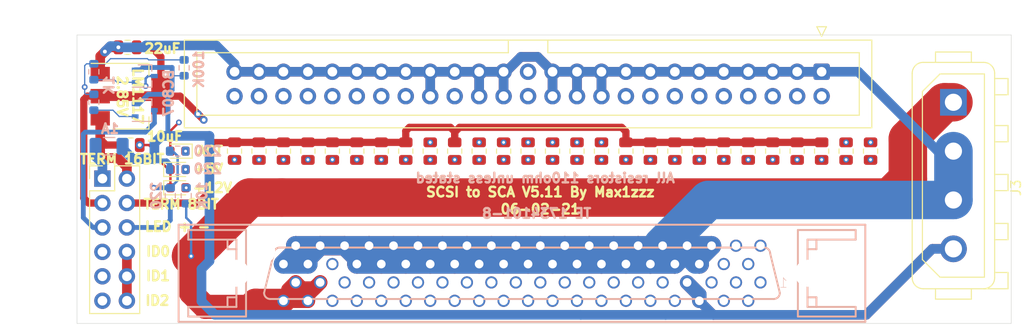
<source format=kicad_pcb>
(kicad_pcb (version 20221018) (generator pcbnew)
  (layers (0 "F.Cu" signal) (1 "In1.Cu" signal) (2 "In2.Cu" signal) (31 "B.Cu" signal) (34 "B.Paste" user) (35 "F.Paste" user) (36 "B.SilkS" user "B.Silkscreen") (37 "F.SilkS" user "F.Silkscreen") (38 "B.Mask" user) (39 "F.Mask" user) (44 "Edge.Cuts" user))
  (net 0 "")
  (net 1 "Net-(J1-Pad45)")
  (net 2 "Net-(J1-Pad78)")
  (net 3 "Net-(J1-Pad80)")
  (net 4 "Net-(J1-Pad5)")
  (net 5 "Net-(J1-Pad6)")
  (net 6 "Net-(J1-Pad36)")
  (net 7 "Net-(J1-Pad37)")
  (net 8 "Net-(J1-Pad38)")
  (net 9 "GND")
  (net 10 "/TERMPWR")
  (net 11 "/TERMPWR_REG")
  (net 12 "Net-(D1-Pad2)")
  (net 13 "Net-(D1-Pad1)")
  (net 14 "Net-(D2-Pad2)")
  (net 15 "Net-(F1-Pad2)")
  (net 16 "+5V")
  (net 17 "/LED")
  (net 18 "/ID1")
  (net 19 "+12V")
  (net 20 "/DB11")
  (net 21 "/DB10")
  (net 22 "/DB9")
  (net 23 "/DB8")
  (net 24 "/I-O")
  (net 25 "/REQ")
  (net 26 "/C-D")
  (net 27 "/SEL")
  (net 28 "/MSG")
  (net 29 "/RST")
  (net 30 "/ACK")
  (net 31 "/BSY")
  (net 32 "/ATN")
  (net 33 "/PARITY")
  (net 34 "/DB7")
  (net 35 "/DB6")
  (net 36 "/DB5")
  (net 37 "/DB4")
  (net 38 "/DB3")
  (net 39 "/DB2")
  (net 40 "/DB1")
  (net 41 "/DB0")
  (net 42 "/DBP1")
  (net 43 "/DB15")
  (net 44 "/DB14")
  (net 45 "/DB13")
  (net 46 "/DB12")
  (net 47 "/ID0")
  (net 48 "/ID2")
  (net 49 "/LED_T")
  (net 50 "Net-(J4-Pad26)")
  (net 51 "Net-(J4-Pad25)")
  (net 52 "Net-(Q1-Pad1)")
  (net 53 "Net-(Q2-Pad1)")
  (net 54 "Net-(D3-Pad2)")
  (net 55 "/TERMPWR_8BIT")
  (net 56 "Net-(J2-Pad6)")
  (footprint "Capacitor_SMD:C_0805_2012Metric" (layer "F.Cu") (at 35.56 131.445)
    (fp_text reference "C1" hide)
    (fp_text value "10uF")
  )
  (footprint "Capacitor_SMD:C_0805_2012Metric" (layer "F.Cu") (at 35.245 121.285 180)
    (fp_text reference "C2" hide)
    (fp_text value "22uF")
  )
  (footprint "LED_SMD:LED_0603_1608Metric" (layer "F.Cu") (at 40.475 132.08 180)
    (fp_text reference "D1" hide)
    (fp_text value "LED")
  )
  (footprint "LED_SMD:LED_0603_1608Metric" (layer "F.Cu") (at 40.4875 133.985)
    (fp_text reference "D2" hide)
    (fp_text value "LED")
  )
  (footprint "Resistor_SMD:R_0805_2012Metric" (layer "F.Cu") (at 104.775 132.08 -90)
    (fp_text reference "R7" hide)
    (fp_text value "110")
  )
  (footprint "Resistor_SMD:R_0805_2012Metric" (layer "F.Cu") (at 102.235 132.08 -90)
    (fp_text reference "R8" hide)
    (fp_text value "110")
  )
  (footprint "Resistor_SMD:R_0805_2012Metric" (layer "F.Cu") (at 99.695 132.08 -90)
    (fp_text reference "R9" hide)
    (fp_text value "110")
  )
  (footprint "Resistor_SMD:R_0805_2012Metric" (layer "F.Cu") (at 97.155 132.08 -90)
    (fp_text reference "R10" hide)
    (fp_text value "110")
  )
  (footprint "Resistor_SMD:R_0805_2012Metric" (layer "F.Cu") (at 94.615 132.08 -90)
    (fp_text reference "R11" hide)
    (fp_text value "110")
  )
  (footprint "Resistor_SMD:R_0805_2012Metric" (layer "F.Cu") (at 92.075 132.08 -90)
    (fp_text reference "R12" hide)
    (fp_text value "110")
  )
  (footprint "Resistor_SMD:R_0805_2012Metric" (layer "F.Cu") (at 89.535 132.08 -90)
    (fp_text reference "R13" hide)
    (fp_text value "110")
  )
  (footprint "Resistor_SMD:R_0805_2012Metric" (layer "F.Cu") (at 76.835 132.08 -90)
    (fp_text reference "R14" hide)
    (fp_text value "110")
  )
  (footprint "Resistor_SMD:R_0805_2012Metric" (layer "F.Cu") (at 74.295 132.08 -90)
    (fp_text reference "R15" hide)
    (fp_text value "110")
  )
  (footprint "Resistor_SMD:R_0805_2012Metric" (layer "F.Cu") (at 71.755 132.08 -90)
    (fp_text reference "R16" hide)
    (fp_text value "110")
  )
  (footprint "Resistor_SMD:R_0805_2012Metric" (layer "F.Cu") (at 112.395 132.08 -90)
    (fp_text reference "R18" hide)
    (fp_text value "110")
  )
  (footprint "Resistor_SMD:R_0805_2012Metric" (layer "F.Cu") (at 109.855 132.08 -90)
    (fp_text reference "R19" hide)
    (fp_text value "110")
  )
  (footprint "Resistor_SMD:R_0805_2012Metric" (layer "F.Cu") (at 84.455 132.08 -90)
    (fp_text reference "R20" hide)
    (fp_text value "110")
  )
  (footprint "Resistor_SMD:R_0805_2012Metric" (layer "F.Cu") (at 81.915 132.08 -90)
    (fp_text reference "R21" hide)
    (fp_text value "110")
  )
  (footprint "Resistor_SMD:R_0805_2012Metric" (layer "F.Cu") (at 79.375 132.08 -90)
    (fp_text reference "R22" hide)
    (fp_text value "110")
  )
  (footprint "Resistor_SMD:R_0805_2012Metric" (layer "F.Cu") (at 86.995 132.08 -90)
    (fp_text reference "R23" hide)
    (fp_text value "110")
  )
  (footprint "Resistor_SMD:R_0805_2012Metric" (layer "F.Cu") (at 69.215 132.08 -90)
    (fp_text reference "R24" hide)
    (fp_text value "110")
  )
  (footprint "Resistor_SMD:R_0805_2012Metric" (layer "F.Cu") (at 64.135 132.08 -90)
    (fp_text reference "R25" hide)
    (fp_text value "110")
  )
  (footprint "Resistor_SMD:R_0805_2012Metric" (layer "F.Cu") (at 59.055 132.08 -90)
    (fp_text reference "R27" hide)
    (fp_text value "110")
  )
  (footprint "Resistor_SMD:R_0805_2012Metric" (layer "F.Cu") (at 53.975 132.08 -90)
    (fp_text reference "R29" hide)
    (fp_text value "110")
  )
  (footprint "Resistor_SMD:R_0805_2012Metric" (layer "F.Cu") (at 51.435 132.08 -90)
    (fp_text reference "R30" hide)
    (fp_text value "110")
  )
  (footprint "Resistor_SMD:R_0805_2012Metric" (layer "F.Cu") (at 48.895 132.08 -90)
    (fp_text reference "R31" hide)
    (fp_text value "110")
  )
  (footprint "Resistor_SMD:R_0805_2012Metric" (layer "F.Cu") (at 46.355 132.08 -90)
    (fp_text reference "R32" hide)
    (fp_text value "110")
  )
  (footprint "Connector_TE-Connectivity:TE_MATE-N-LOK_350211-1_1x04_P5.08mm_Vertical" (layer "F.Cu") (at 121 127 -90)
    (fp_text reference "J3")
    (fp_text value "Conn_01x04")
  )
  (footprint "Package_TO_SOT_SMD:SOT-223-3_TabPin2" (layer "F.Cu") (at 35.56 126.365)
    (fp_text reference "U1" hide)
    (fp_text value "LM1117-2.85")
  )
  (footprint "Resistor_SMD:R_0805_2012Metric" (layer "F.Cu") (at 61.595 132.08 -90)
    (fp_text reference "R26" hide)
    (fp_text value "110")
  )
  (footprint "Connector_IDC:IDC-Header_2x25_P2.54mm_Vertical" (layer "F.Cu") (at 107.315 123.825 -90)
    (fp_text reference "J4" hide)
    (fp_text value "Conn_02x25_Odd_Even")
  )
  (footprint "Resistor_SMD:R_0805_2012Metric" (layer "F.Cu") (at 56.515 132.08 -90)
    (fp_text reference "R28" hide)
    (fp_text value "110")
  )
  (footprint "Resistor_SMD:R_0805_2012Metric" (layer "F.Cu") (at 107.315 132.08 -90)
    (fp_text reference "R6" hide)
    (fp_text value "110")
  )
  (footprint "Resistor_SMD:R_0805_2012Metric" (layer "F.Cu") (at 66.675 132.08 -90)
    (fp_text reference "R17" hide)
    (fp_text value "110")
  )
  (footprint "LED_SMD:LED_0603_1608Metric" (layer "F.Cu") (at 40.4875 135.89)
    (fp_text reference "D3" hide)
    (fp_text value "LED")
  )
  (footprint "Connector_PinHeader_2.54mm:PinHeader_2x06_P2.54mm_Vertical" (layer "F.Cu") (at 32.639 134.9375)
    (fp_text reference "J2" hide)
    (fp_text value "Conn_02x06_Odd_Even")
  )
  (footprint "SCA_CON[1734101-8]:1734101-8" (layer "B.Cu") (at 76.2 144.78)
    (fp_text reference "J1" hide)
    (fp_text value "Conn_02x40_Counter_Clockwise" hide)
  )
  (footprint "Fuse:Fuse_1206_3216Metric" (layer "B.Cu") (at 33.3345 131.572 180)
    (fp_text reference "F1" hide)
    (fp_text value "1A" hide)
  )
  (footprint "Resistor_SMD:R_0603_1608Metric" (layer "B.Cu") (at 39.6875 136.716 90)
    (fp_text reference "R1" hide)
    (fp_text value "220" hide)
  )
  (footprint "Resistor_SMD:R_0603_1608Metric" (layer "B.Cu") (at 31.75 126.9995 90)
    (fp_text reference "R2" hide)
    (fp_text value "1K")
  )
  (footprint "Resistor_SMD:R_0603_1608Metric" (layer "B.Cu") (at 31.75 123.8255 90)
    (fp_text reference "R3" hide)
    (fp_text value "1K" hide)
  )
  (footprint "Resistor_SMD:R_0603_1608Metric" (layer "B.Cu") (at 40.45 132.08)
    (fp_text reference "R4" hide)
    (fp_text value "220" hide)
  )
  (footprint "Resistor_SMD:R_0603_1608Metric" (layer "B.Cu") (at 40.45 133.985)
    (fp_text reference "R5" hide)
    (fp_text value "220")
  )
  (footprint "Resistor_SMD:R_0603_1608Metric" (layer "B.Cu") (at 41.3385 136.715 90)
    (fp_text reference "R33" hide)
    (fp_text value "10K")
  )
  (footprint "Package_TO_SOT_SMD:SOT-323_SC-70" (layer "B.Cu") (at 37.0365 124.2695)
    (fp_text reference "Q1" hide)
    (fp_text value "BC807")
  )
  (footprint "Package_TO_SOT_SMD:SOT-323_SC-70" (layer "B.Cu") (at 37.0365 127.8255)
    (fp_text reference "Q2" hide)
    (fp_text value "BC807")
  )
  (footprint "Resistor_SMD:R_0603_1608Metric" (layer "B.Cu") (at 41.1226 123.41656 -90)
    (fp_text reference "R34" hide)
    (fp_text value "100K")
  )
  (gr_line (start 30 150) (end 30 120) (stroke (width 0.05)) (layer "Edge.Cuts"))
  (gr_line (start 30 120) (end 127 120) (stroke (width 0.05)) (layer "Edge.Cuts"))
  (gr_line (start 127 120) (end 127 150) (stroke (width 0.05)) (layer "Edge.Cuts"))
  (gr_line (start 127 150) (end 30 150) (stroke (width 0.05)) (layer "Edge.Cuts"))
  (gr_text "220" (at 38.227 136.7155 90) (layer "B.SilkS") (effects (font (size 1 1) (thickness 0.25)) (justify mirror)))
  (gr_text "All resistors 110ohm unless stated" (at 78.613 134.874) (layer "B.SilkS") (effects (font (size 1 1) (thickness 0.25)) (justify mirror)))
  (gr_text "220" (at 43.561 132.08) (layer "B.SilkS") (effects (font (size 1 1) (thickness 0.25)) (justify mirror)))
  (gr_text "1A" (at 33.4264 129.74828) (layer "B.SilkS") (effects (font (size 1 1) (thickness 0.25)) (justify mirror)))
  (gr_text "100K" (at 42.64152 123.571 90) (layer "B.SilkS") (effects (font (size 1 1) (thickness 0.25)) (justify mirror)))
  (gr_text "BC807" (at 39.50208 126.05004 90) (layer "B.SilkS") (effects (font (size 1 1) (thickness 0.25)) (justify mirror)))
  (gr_text "220" (at 43.561 133.9215) (layer "B.SilkS") (effects (font (size 1 1) (thickness 0.25)) (justify mirror)))
  (gr_text "10K" (at 42.9895 136.7155 90) (layer "B.SilkS") (effects (font (size 1 1) (thickness 0.25)) (justify mirror)))
  (gr_text "TE 1734101-8" (at 77.724 138.557) (layer "B.SilkS") (effects (font (size 1 1) (thickness 0.25)) (justify mirror)))
  (gr_text "1K" (at 33.3375 125.222 90) (layer "B.SilkS") (effects (font (size 1 1) (thickness 0.25)) (justify mirror)))
  (gr_text "ID1\n" (at 38.40988 145.05432) (layer "F.SilkS") (effects (font (size 1 1) (thickness 0.25))))
  (gr_text "ID2" (at 38.34384 147.61972) (layer "F.SilkS") (effects (font (size 1 1) (thickness 0.25))))
  (gr_text "ACT" (at 43.815 132.08) (layer "F.SilkS") (effects (font (size 1 1) (thickness 0.25))))
  (gr_text "22uF" (at 38.862 121.412) (layer "F.SilkS") (effects (font (size 1 1) (thickness 0.25))))
  (gr_text "06-02-21" (at 78.105 138.1125) (layer "F.SilkS") (effects (font (size 1 1) (thickness 0.25))))
  (gr_text "+12V\n" (at 44.069 135.89) (layer "F.SilkS") (effects (font (size 1 1) (thickness 0.25))))
  (gr_text "TERM 8BIT" (at 40.80764 137.60196) (layer "F.SilkS") (effects (font (size 1 1) (thickness 0.25))))
  (gr_text "TERM 16BIT" (at 34.68624 132.9182) (layer "F.SilkS") (effects (font (size 1 1) (thickness 0.25))))
  (gr_text "10uF" (at 39.116 130.556) (layer "F.SilkS") (effects (font (size 1 1) (thickness 0.25))))
  (gr_text "SCSI to SCA V5.11 By Max1zzz" (at 78.105 136.3345) (layer "F.SilkS") (effects (font (size 1 1) (thickness 0.25))))
  (gr_text "+5V" (at 43.6245 133.9215) (layer "F.SilkS") (effects (font (size 1 1) (thickness 0.25))))
  (gr_text "LM1117\n2.85V" (at 35.4965 126.365 270) (layer "F.SilkS") (effects (font (size 1 1) (thickness 0.25))))
  (gr_text "ID0" (at 38.4175 142.51432) (layer "F.SilkS") (effects (font (size 1 1) (thickness 0.25))))
  (gr_text "LED + -" (at 40.44188 139.93368) (layer "F.SilkS") (effects (font (size 1 1) (thickness 0.25))))
  (segment (start 76.090999 122.274999) (end 77.824999 122.274999) (width 1) (layer "F.Cu") (net 9))
  (segment (start 38.0365 132.0165) (end 37.465 131.445) (width 0.25) (layer "F.Cu") (net 9))
  (segment (start 60.325 142.553) (end 59.055 143.823) (width 2) (layer "F.Cu") (net 9))
  (segment (start 59.055 143.183) (end 57.785 141.913) (width 2) (layer "F.Cu") (net 9))
  (segment (start 79.375 143.183) (end 78.105 141.913) (width 2) (layer "F.Cu") (net 9))
  (segment (start 70.485 142.553) (end 69.215 143.823) (width 2) (layer "F.Cu") (net 9))
  (segment (start 38.0365 132.5245) (end 38.0365 132.0165) (width 0.25) (layer "F.Cu") (net 9))
  (segment (start 70.485 141.913) (end 70.485 142.553) (width 2) (layer "F.Cu") (net 9))
  (segment (start 89.535 143.823) (end 89.535 143.183) (width 2) (layer "F.Cu") (net 9))
  (segment (start 71.755 143.183) (end 70.485 141.913) (width 2) (layer "F.Cu") (net 9))
  (segment (start 78.105 142.553) (end 76.835 143.823) (width 2) (layer "F.Cu") (net 9))
  (segment (start 93.980001 143.188001) (end 92.709999 143.188001) (width 2) (layer "F.Cu") (net 9))
  (segment (start 84.455 143.823) (end 84.455 143.183) (width 2) (layer "F.Cu") (net 9))
  (segment (start 89.535 143.183) (end 90.805 141.913) (width 1.5) (layer "F.Cu") (net 9))
  (segment (start 55.245 141.913) (end 53.975 143.183) (width 2) (layer "F.Cu") (net 9))
  (segment (start 79.375 126.365) (end 79.375 123.825) (width 1) (layer "F.Cu") (net 9))
  (segment (start 62.865 141.913) (end 62.865 142.553) (width 2) (layer "F.Cu") (net 9))
  (segment (start 81.915 143.823) (end 81.915 143.183) (width 2) (layer "F.Cu") (net 9))
  (segment (start 74.540998 123.825) (end 76.090999 122.274999) (width 1) (layer "F.Cu") (net 9))
  (segment (start 81.915 143.183) (end 80.645 141.913) (width 2) (layer "F.Cu") (net 9))
  (segment (start 60.325 141.913) (end 60.325 142.553) (width 2) (layer "F.Cu") (net 9))
  (segment (start 46.355 123.825) (end 74.295 123.825) (width 1) (layer "F.Cu") (net 9))
  (segment (start 86.995 143.823) (end 86.995 143.183) (width 2) (layer "F.Cu") (net 9))
  (segment (start 32.41 122.2125) (end 32.41 124.065) (width 1) (layer "F.Cu") (net 9))
  (segment (start 83.185 142.553) (end 81.915 143.823) (width 2) (layer "F.Cu") (net 9))
  (segment (start 73.025 141.913) (end 73.025 142.553) (width 2) (layer "F.Cu") (net 9))
  (segment (start 73.025 142.553) (end 71.755 143.823) (width 2) (layer "F.Cu") (net 9))
  (segment (start 77.824999 122.274999) (end 79.375 123.825) (width 1) (layer "F.Cu") (net 9))
  (segment (start 33.3375 121.285) (end 32.893 121.7295) (width 1) (layer "F.Cu") (net 9))
  (segment (start 80.645 142.553) (end 79.375 143.823) (width 2) (layer "F.Cu") (net 9))
  (segment (start 34.295 121.285) (end 33.3375 121.285) (width 1) (layer "F.Cu") (net 9))
  (segment (start 92.709999 143.188001) (end 92.075 143.823) (width 2) (layer "F.Cu") (net 9))
  (segment (start 78.105 141.913) (end 78.105 142.553) (width 2) (layer "F.Cu") (net 9))
  (segment (start 67.945 142.553) (end 66.675 143.823) (width 2) (layer "F.Cu") (net 9))
  (segment (start 75.565 142.553) (end 74.295 143.823) (width 2) (layer "F.Cu") (net 9))
  (segment (start 76.835 143.823) (end 76.835 143.183) (width 2) (layer "F.Cu") (net 9))
  (segment (start 65.405 141.913) (end 65.405 142.553) (width 2) (layer "F.Cu") (net 9))
  (segment (start 52.705 141.913) (end 95.885 141.913) (width 2) (layer "F.Cu") (net 9))
  (segment (start 90.805 142.553) (end 89.535 143.823) (width 2) (layer "F.Cu") (net 9))
  (segment (start 89.535 143.183) (end 88.265 141.913) (width 2) (layer "F.Cu") (net 9))
  (segment (start 66.675 123.825) (end 66.675 126.365) (width 1) (layer "F.Cu") (net 9))
  (segment (start 52.705 141.913) (end 52.705 142.553) (width 2) (layer "F.Cu") (net 9))
  (segment (start 92.075 143.823) (end 59.055 143.823) (width 2) (layer "F.Cu") (net 9))
  (segment (start 92.075 143.183) (end 90.805 141.913) (width 2) (layer "F.Cu") (net 9))
  (segment (start 85.725 142.553) (end 84.455 143.823) (width 2) (layer "F.Cu") (net 9))
  (segment (start 85.725 141.913) (end 85.725 142.553) (width 2) (layer "F.Cu") (net 9))
  (segment (start 61.595 143.183) (end 60.325 141.913) (width 2) (layer "F.Cu") (net 9))
  (segment (start 61.595 143.823) (end 61.595 143.183) (width 2) (layer "F.Cu") (net 9))
  (segment (start 76.835 143.183) (end 75.565 141.913) (width 2) (layer "F.Cu") (net 9))
  (segment (start 81.915 126.365) (end 81.915 123.825) (width 1) (layer "F.Cu") (net 9))
  (segment (start 74.295 123.825) (end 74.540998 123.825) (width 1) (layer "F.Cu") (net 9))
  (segment (start 79.375 123.825) (end 107.315 123.825) (width 1) (layer "F.Cu") (net 9))
  (segment (start 93.345 142.553) (end 94.615 143.823) (width 2) (layer "F.Cu") (net 9))
  (segment (start 74.295 143.183) (end 73.025 141.913) (width 2) (layer "F.Cu") (net 9))
  (segment (start 74.295 143.823) (end 74.295 143.183) (width 2) (layer "F.Cu") (net 9))
  (segment (start 62.865 142.553) (end 61.595 143.823) (width 2) (layer "F.Cu") (net 9))
  (segment (start 80.645 141.913) (end 80.645 142.553) (width 2) (layer "F.Cu") (net 9))
  (segment (start 39.7 133.985) (end 39.497 133.985) (width 0.25) (layer "F.Cu") (net 9))
  (segment (start 57.785 141.913) (end 55.245 141.913) (width 2) (layer "F.Cu") (net 9))
  (segment (start 92.075 143.823) (end 92.075 143.183) (width 2) (layer "F.Cu") (net 9))
  (segment (start 69.215 143.823) (end 69.215 143.183) (width 2) (layer "F.Cu") (net 9))
  (segment (start 74.295 126.365) (end 74.295 123.825) (width 1) (layer "F.Cu") (net 9))
  (segment (start 66.675 143.823) (end 66.675 143.183) (width 2) (layer "F.Cu") (net 9))
  (segment (start 37.465 131.445) (end 36.51 131.445) (width 0.25) (layer "F.Cu") (net 9))
  (segment (start 79.375 143.823) (end 79.375 143.183) (width 2) (layer "F.Cu") (net 9))
  (segment (start 69.215 143.183) (end 67.945 141.913) (width 2) (layer "F.Cu") (net 9))
  (segment (start 66.675 143.183) (end 65.405 141.913) (width 2) (layer "F.Cu") (net 9))
  (segment (start 71.755 143.823) (end 71.755 143.183) (width 2) (layer "F.Cu") (net 9))
  (segment (start 39.497 133.985) (end 38.0365 132.5245) (width 0.25) (layer "F.Cu") (net 9))
  (segment (start 84.455 143.183) (end 83.185 141.913) (width 2) (layer "F.Cu") (net 9))
  (segment (start 86.995 143.183) (end 85.725 141.913) (width 2) (layer "F.Cu") (net 9))
  (segment (start 34.295 121.285) (end 34.295 121.285) (width 0.75) (layer "F.Cu") (net 9))
  (segment (start 92.075 143.183) (end 93.345 141.913) (width 2) (layer "F.Cu") (net 9))
  (segment (start 84.455 126.365) (end 84.455 123.825) (width 1) (layer "F.Cu") (net 9))
  (segment (start 94.615 143.183) (end 95.885 141.913) (width 2) (layer "F.Cu") (net 9))
  (segment (start 32.893 121.7295) (end 32.41 122.2125) (width 1) (layer "F.Cu") (net 9))
  (segment (start 35.179 142.5575) (end 35.179 147.6375) (width 1) (layer "F.Cu") (net 9))
  (segment (start 83.185 141.913) (end 83.185 142.553) (width 2) (layer "F.Cu") (net 9))
  (segment (start 93.345 141.913) (end 93.345 142.553) (width 2) (layer "F.Cu") (net 9))
  (segment (start 39.7 135.89) (end 39.7 133.985) (width 0.25) (layer "F.Cu") (net 9))
  (segment (start 64.135 143.823) (end 64.135 143.183) (width 2) (layer "F.Cu") (net 9))
  (segment (start 88.265 141.913) (end 86.995 143.183) (width 2) (layer "F.Cu") (net 9))
  (segment (start 71.755 123.825) (end 71.755 126.365) (width 1) (layer "F.Cu") (net 9))
  (segment (start 67.945 141.913) (end 67.945 142.553) (width 2) (layer "F.Cu") (net 9))
  (segment (start 94.615 143.823) (end 94.615 143.183) (width 2) (layer "F.Cu") (net 9))
  (segment (start 94.615 143.823) (end 93.980001 143.188001) (width 2) (layer "F.Cu") (net 9))
  (segment (start 53.975 143.823) (end 53.975 143.183) (width 2) (layer "F.Cu") (net 9))
  (segment (start 53.975 143.183) (end 52.705 141.913) (width 2) (layer "F.Cu") (net 9))
  (segment (start 75.565 141.913) (end 75.565 142.553) (width 2) (layer "F.Cu") (net 9))
  (segment (start 64.135 143.183) (end 62.865 141.913) (width 2) (layer "F.Cu") (net 9))
  (segment (start 59.055 143.823) (end 59.055 143.183) (width 2) (layer "F.Cu") (net 9))
  (segment (start 65.405 142.553) (end 64.135 143.823) (width 2) (layer "F.Cu") (net 9))
  (segment (start 85.725 142.553) (end 86.995 143.823) (width 1.5) (layer "F.Cu") (net 9))
  (segment (start 90.805 141.913) (end 90.805 142.553) (width 2) (layer "F.Cu") (net 9))
  (segment (start 52.705 142.553) (end 51.435 143.823) (width 2) (layer "F.Cu") (net 9))
  (via (at 34.295 121.285) (size 0.8) (drill 0.4) (layers "F.Cu" "B.Cu") (net 9))
  (via (at 36.5125 131.445) (size 0.8) (drill 0.4) (layers "F.Cu" "B.Cu") (net 9))
  (via (at 37.95876 135.891) (size 0.6) (drill 0.3) (layers "F.Cu" "B.Cu") (net 9))
  (via (at 32.893 121.7295) (size 0.8) (drill 0.4) (layers "F.Cu" "B.Cu") (net 9))
  (segment (start 37.95876 135.891) (end 37.95876 135.891) (width 0.5) (layer "B.Cu") (net 9))
  (segment (start 34.295 121.285) (end 36.957 121.285) (width 1) (layer "B.Cu") (net 9))
  (segment (start 52.705 141.913) (end 60.325 141.913) (width 2) (layer "B.Cu") (net 9))
  (segment (start 81.915 143.183) (end 80.645 141.913) (width 2) (layer "B.Cu") (net 9))
  (segment (start 93.345 142.553) (end 92.075 143.823) (width 2) (layer "B.Cu") (net 9))
  (segment (start 76.090999 122.274999) (end 77.824999 122.274999) (width 1) (layer "B.Cu") (net 9))
  (segment (start 95.885 141.913) (end 94.615 143.183) (width 2) (layer "B.Cu") (net 9))
  (segment (start 81.915 126.365) (end 81.915 123.825) (width 1) (layer "B.Cu") (net 9))
  (segment (start 107.315 123.825) (end 111.125 123.825) (width 1) (layer "B.Cu") (net 9))
  (segment (start 39.6875 135.891) (end 39.0515 135.891) (width 0.5) (layer "B.Cu") (net 9))
  (segment (start 44.45 121.0945) (end 46.355 122.9995) (width 1) (layer "B.Cu") (net 9))
  (segment (start 39.625 132.08) (end 39.9415 132.08) (width 0.25) (layer "B.Cu") (net 9))
  (segment (start 40.4495 135.129) (end 39.6875 135.891) (width 0.25) (layer "B.Cu") (net 9))
  (segment (start 121 137.16) (end 95.558 137.16) (width 4) (layer "B.Cu") (net 9))
  (segment (start 71.755 126.365) (end 71.755 123.825) (width 1) (layer "B.Cu") (net 9))
  (segment (start 92.075 143.823) (end 59.055 143.823) (width 2) (layer "B.Cu") (net 9))
  (segment (start 89.535 143.183) (end 88.265 141.913) (width 2) (layer "B.Cu") (net 9))
  (segment (start 36.957 121.285) (end 37.1475 121.0945) (width 1) (layer "B.Cu") (net 9))
  (segment (start 93.557731 143.188001) (end 92.709999 143.188001) (width 2) (layer "B.Cu") (net 9))
  (segment (start 77.824999 122.274999) (end 79.375 123.825) (width 1) (layer "B.Cu") (net 9))
  (segment (start 119.38 132.08) (end 121 132.08) (width 1) (layer "B.Cu") (net 9))
  (segment (start 93.345 141.913) (end 93.345 142.553) (width 2) (layer "B.Cu") (net 9))
  (segment (start 39.9415 132.08) (end 40.4495 132.588) (width 0.25) (layer "B.Cu") (net 9))
  (segment (start 83.185 141.913) (end 83.185 142.553) (width 2) (layer "B.Cu") (net 9))
  (segment (start 86.995 143.183) (end 85.725 141.913) (width 2) (layer "B.Cu") (net 9))
  (segment (start 46.355 122.9995) (end 46.355 123.825) (width 1) (layer "B.Cu") (net 9))
  (segment (start 37.1475 121.0945) (end 44.45 121.0945) (width 1) (layer "B.Cu") (net 9))
  (segment (start 74.295 126.365) (end 74.295 123.825) (width 1) (layer "B.Cu") (net 9))
  (segment (start 92.075 143.823) (end 92.075 143.183) (width 2) (layer "B.Cu") (net 9))
  (segment (start 74.540998 123.825) (end 76.090999 122.274999) (width 1) (layer "B.Cu") (net 9))
  (segment (start 89.535 143.823) (end 89.535 143.183) (width 2) (layer "B.Cu") (net 9))
  (segment (start 94.615 143.823) (end 94.19273 143.823) (width 2) (layer "B.Cu") (net 9))
  (segment (start 94.615 143.183) (end 93.345 141.913) (width 2) (layer "B.Cu") (net 9))
  (segment (start 60.325 141.913) (end 95.885 141.913) (width 2) (layer "B.Cu") (net 9))
  (segment (start 79.375 126.365) (end 79.375 123.825) (width 1) (layer "B.Cu") (net 9))
  (segment (start 51.435 143.823) (end 53.975 143.823) (width 2) (layer "B.Cu") (net 9))
  (segment (start 81.915 143.823) (end 81.915 143.183) (width 2) (layer "B.Cu") (net 9))
  (segment (start 53.975 143.823) (end 53.975 143.183) (width 2) (layer "B.Cu") (net 9))
  (segment (start 94.615 143.183) (end 94.615 143.823) (width 2) (layer "B.Cu") (net 9))
  (segment (start 92.075 143.183) (end 90.805 141.913) (width 2) (layer "B.Cu") (net 9))
  (segment (start 90.805 141.913) (end 90.805 142.553) (width 2) (layer "B.Cu") (net 9))
  (segment (start 88.265 142.553) (end 86.995 143.823) (width 2) (layer "B.Cu") (net 9))
  (segment (start 107.315 123.825) (end 79.375 123.825) (width 1) (layer "B.Cu") (net 9))
  (segment (start 53.975 143.183) (end 55.245 141.913) (width 2) (layer "B.Cu") (net 9))
  (segment (start 33.4645 121.158) (end 34.168 121.158) (width 1) (layer "B.Cu") (net 9))
  (segment (start 66.675 126.365) (end 66.675 123.825) (width 1) (layer "B.Cu") (net 9))
  (segment (start 85.725 141.913) (end 85.725 142.553) (width 2) (layer "B.Cu") (net 9))
  (segment (start 59.055 143.183) (end 57.785 141.913) (width 2) (layer "B.Cu") (net 9))
  (segment (start 59.055 143.823) (end 59.055 143.183) (width 2) (layer "B.Cu") (net 9))
  (segment (start 121 132.08) (end 121 137.16) (width 4) (layer "B.Cu") (net 9))
  (segment (start 88.265 141.913) (end 88.265 142.553) (width 2) (layer "B.Cu") (net 9))
  (segment (start 33.0175 121.605) (end 32.893 121.7295) (width 1) (layer "B.Cu") (net 9))
  (segment (start 95.558 137.16) (end 90.805 141.913) (width 4) (layer "B.Cu") (net 9))
  (segment (start 86.995 143.823) (end 86.995 143.183) (width 2) (layer "B.Cu") (net 9))
  (segment (start 84.455 126.365) (end 84.455 123.825) (width 1) (layer "B.Cu") (net 9))
  (segment (start 92.709999 143.188001) (end 92.075 143.823) (width 2) (layer "B.Cu") (net 9))
  (segment (start 94.19273 143.823) (end 93.557731 143.188001) (width 2) (layer "B.Cu") (net 9))
  (segment (start 111.125 123.825) (end 119.38 132.08) (width 1) (layer "B.Cu") (net 9))
  (segment (start 40.4495 132.588) (end 40.4495 135.129) (width 0.25) (layer "B.Cu") (net 9))
  (segment (start 74.295 123.825) (end 74.540998 123.825) (width 1) (layer "B.Cu") (net 9))
  (segment (start 34.168 121.158) (end 34.295 121.285) (width 1) (layer "B.Cu") (net 9))
  (segment (start 32.893 121.7295) (end 33.4645 121.158) (width 1) (layer "B.Cu") (net 9))
  (segment (start 39.0515 135.891) (end 37.95876 135.891) (width 0.5) (layer "B.Cu") (net 9))
  (segment (start 83.185 142.553) (end 81.915 143.823) (width 2) (layer "B.Cu") (net 9))
  (segment (start 84.455 143.823) (end 84.455 143.183) (width 2) (layer "B.Cu") (net 9))
  (segment (start 52.705 142.553) (end 51.435 143.823) (width 2) (layer "B.Cu") (net 9))
  (segment (start 74.295 123.825) (end 46.355 123.825) (width 1) (layer "B.Cu") (net 9))
  (segment (start 85.725 142.553) (end 84.455 143.823) (width 2) (layer "B.Cu") (net 9))
  (segment (start 90.805 142.553) (end 89.535 143.823) (width 2) (layer "B.Cu") (net 9))
  (segment (start 52.705 141.913) (end 52.705 142.553) (width 2) (layer "B.Cu") (net 9))
  (segment (start 84.455 143.183) (end 83.185 141.913) (width 2) (layer "B.Cu") (net 9))
  (segment (start 32.41 132.8035) (end 32.41 128.665) (width 1) (layer "F.Cu") (net 10))
  (segment (start 32.41 132.8035) (end 34.247081 132.8035) (width 1) (layer "F.Cu") (net 10))
  (segment (start 35.179 133.735419) (end 35.179 134.9375) (width 1) (layer "F.Cu") (net 10))
  (segment (start 32.41 130.835) (end 32.41 128.665) (width 0.75) (layer "F.Cu") (net 10))
  (segment (start 33.02 131.445) (end 32.41 130.835) (width 0.75) (layer "F.Cu") (net 10))
  (segment (start 34.247081 132.8035) (end 35.179 133.735419) (width 1) (layer "F.Cu") (net 10))
  (segment (start 34.61 131.445) (end 33.02 131.445) (width 0.75) (layer "F.Cu") (net 10))
  (segment (start 42.56151 128.22301) (end 42.926 128.5875) (width 0.75) (layer "F.Cu") (net 11))
  (segment (start 30.70352 126.7206) (end 31.05912 126.365) (width 0.75) (layer "F.Cu") (net 11))
  (segment (start 36.195 121.285) (end 37.719 121.285) (width 0.75) (layer "F.Cu") (net 11))
  (segment (start 32.639 137.4775) (end 31.21406 137.4775) (width 0.75) (layer "F.Cu") (net 11))
  (segment (start 31.21406 137.4775) (end 30.70352 136.96696) (width 0.75) (layer "F.Cu") (net 11))
  (segment (start 31.05912 126.365) (end 32.41 126.365) (width 0.75) (layer "F.Cu") (net 11))
  (segment (start 38.71 126.365) (end 40.7035 126.365) (width 0.75) (layer "F.Cu") (net 11))
  (segment (start 37.719 121.285) (end 38.71 122.276) (width 0.75) (layer "F.Cu") (net 11))
  (segment (start 30.70352 136.96696) (end 30.70352 126.7206) (width 0.75) (layer "F.Cu") (net 11))
  (segment (start 42.56151 128.22301) (end 42.56151 128.23571) (width 0.75) (layer "F.Cu") (net 11))
  (segment (start 40.7035 126.365) (end 42.56151 128.22301) (width 0.75) (layer "F.Cu") (net 11))
  (segment (start 42.56151 128.23571) (end 43.15968 128.83388) (width 0.75) (layer "F.Cu") (net 11))
  (segment (start 32.41 126.365) (end 38.71 126.365) (width 1) (layer "F.Cu") (net 11))
  (segment (start 38.71 122.276) (end 38.71 126.365) (width 0.75) (layer "F.Cu") (net 11))
  (via (at 71.7531 131.1675) (size 0.6) (drill 0.3) (layers "F.Cu" "B.Cu") (net 11))
  (via (at 43.15968 128.83388) (size 0.8) (drill 0.4) (layers "F.Cu" "B.Cu") (net 11))
  (via (at 42.56151 128.22301) (size 0.8) (drill 0.4) (layers "F.Cu" "B.Cu") (net 11))
  (via (at 112.395 131.1656) (size 0.6) (drill 0.3) (layers "F.Cu" "B.Cu") (net 11))
  (via (at 109.8531 131.1675) (size 0.6) (drill 0.3) (layers "F.Cu" "B.Cu") (net 11))
  (via (at 84.4531 131.1675) (size 0.6) (drill 0.3) (layers "F.Cu" "B.Cu") (net 11))
  (via (at 79.3731 131.1675) (size 0.6) (drill 0.3) (layers "F.Cu" "B.Cu") (net 11))
  (via (at 76.8331 131.1675) (size 0.6) (drill 0.3) (layers "F.Cu" "B.Cu") (net 11))
  (via (at 81.9131 131.1675) (size 0.6) (drill 0.3) (layers "F.Cu" "B.Cu") (net 11))
  (via (at 66.6731 131.1675) (size 0.6) (drill 0.3) (layers "F.Cu" "B.Cu") (net 11))
  (via (at 74.2931 131.1675) (size 0.6) (drill 0.3) (layers "F.Cu" "B.Cu") (net 11))
  (segment (start 40.5765 129.0955) (end 40.5765 129.0955) (width 0.25) (layer "F.Cu") (net 12))
  (segment (start 39.6875 129.9845) (end 40.5765 129.0955) (width 0.25) (layer "F.Cu") (net 12))
  (segment (start 39.6875 132.08) (end 39.6875 129.9845) (width 0.25) (layer "F.Cu") (net 12))
  (via (at 37.12464 125.30836) (size 0.6) (drill 0.3) (layers "F.Cu" "B.Cu") (net 12))
  (via (at 40.5765 129.0955) (size 0.6) (drill 0.3) (layers "F.Cu" "B.Cu") (net 12))
  (segment (start 37.12464 125.30836) (end 37.12464 125.30836) (width 0.25) (layer "B.Cu") (net 12))
  (segment (start 37.12464 124.52604) (end 37.12464 125.30836) (width 0.25) (layer "B.Cu") (net 12))
  (segment (start 37.38118 124.2695) (end 37.12464 124.52604) (width 0.25) (layer "B.Cu") (net 12))
  (segment (start 38.0365 124.2695) (end 37.38118 124.2695) (width 0.25) (layer "B.Cu") (net 12))
  (via (at 41.275 132.08) (size 0.6) (drill 0.3) (layers "F.Cu" "B.Cu") (net 13))
  (via (at 41.275 133.985) (size 0.6) (drill 0.3) (layers "F.Cu" "B.Cu") (net 14))
  (segment (start 32.639 133.35) (end 32.639 134.9375) (width 1) (layer "B.Cu") (net 15))
  (segment (start 31.9345 132.6455) (end 32.639 133.35) (width 1) (layer "B.Cu") (net 15))
  (segment (start 31.9345 131.572) (end 31.9345 132.6455) (width 1) (layer "B.Cu") (net 15))
  (segment (start 96.075001 149.103001) (end 111.945499 149.103001) (width 1) (layer "F.Cu") (net 16))
  (segment (start 94.615 147.643) (end 94.615 147.003) (width 1.5) (layer "F.Cu") (net 16))
  (segment (start 111.945499 149.103001) (end 118.8085 142.24) (width 1) (layer "F.Cu") (net 16))
  (segment (start 94.615 147.003) (end 93.345 145.733) (width 1.5) (layer "F.Cu") (net 16))
  (segment (start 94.615 147.643) (end 96.075001 149.103001) (width 1) (layer "F.Cu") (net 16))
  (segment (start 118.8085 142.24) (end 121 142.24) (width 1) (layer "F.Cu") (net 16))
  (segment (start 39.4335 126.1745) (end 39.878 125.73) (width 0.5) (layer "B.Cu") (net 16))
  (segment (start 39.3065 130.4925) (end 43.7515 130.4925) (width 1) (layer "B.Cu") (net 16))
  (segment (start 38.0365 132.842) (end 38.0365 131.2545) (width 1) (layer "B.Cu") (net 16))
  (segment (start 82.301001 149.103001) (end 91.117499 149.103001) (width 1) (layer "B.Cu") (net 16))
  (segment (start 34.7345 131.572) (end 34.7345 131.826) (width 1) (layer "B.Cu") (net 16))
  (segment (start 36.0365 123.6195) (end 36.6037 123.6195) (width 0.5) (layer "B.Cu") (net 16))
  (segment (start 36.0365 127.1755) (end 36.4005 127.1755) (width 0.5) (layer "B.Cu") (net 16))
  (segment (start 39.878 124.47524) (end 39.878 123.3805) (width 0.5) (layer "B.Cu") (net 16))
  (segment (start 36.6037 123.6195) (end 36.8427 123.3805) (width 0.5) (layer "B.Cu") (net 16))
  (segment (start 40.11168 124.24156) (end 39.878 124.47524) (width 0.127) (layer "B.Cu") (net 16))
  (segment (start 35.814 132.9055) (end 37.973 132.9055) (width 1) (layer "B.Cu") (net 16))
  (segment (start 118.8085 142.24) (end 121 142.24) (width 1) (layer "B.Cu") (net 16))
  (segment (start 39.878 125.73) (end 39.878 124.47524) (width 0.5) (layer "B.Cu") (net 16))
  (segment (start 41.1226 124.24156) (end 40.11168 124.24156) (width 0.127) (layer "B.Cu") (net 16))
  (segment (start 39.4335 126.1745) (end 39.4335 130.3655) (width 0.5) (layer "B.Cu") (net 16))
  (segment (start 42.926 144.3355) (end 42.926 147.701) (width 1) (layer "B.Cu") (net 16))
  (segment (start 39.6875 134.0475) (end 39.625 133.985) (width 0.5) (layer "B.Cu") (net 16))
  (segment (start 96.075001 149.103001) (end 111.945499 149.103001) (width 1) (layer "B.Cu") (net 16))
  (segment (start 94.615 147.643) (end 96.075001 149.103001) (width 1) (layer "B.Cu") (net 16))
  (segment (start 82.296 149.098) (end 82.301001 149.103001) (width 1) (layer "B.Cu") (net 16))
  (segment (start 91.117499 149.103001) (end 91.112498 149.098) (width 1) (layer "B.Cu") (net 16))
  (segment (start 36.4005 127.1755) (end 37.4015 126.1745) (width 0.5) (layer "B.Cu") (net 16))
  (segment (start 39.4335 130.3655) (end 39.3065 130.4925) (width 0.5) (layer "B.Cu") (net 16))
  (segment (start 39.625 133.4145) (end 39.3065 133.096) (width 0.5) (layer "B.Cu") (net 16))
  (segment (start 111.945499 149.103001) (end 118.8085 142.24) (width 1) (layer "B.Cu") (net 16))
  (segment (start 37.973 132.9055) (end 38.0365 132.842) (width 1) (layer "B.Cu") (net 16))
  (segment (start 43.7515 130.4925) (end 43.7515 143.51) (width 1) (layer "B.Cu") (net 16))
  (segment (start 42.926 147.701) (end 44.323 149.098) (width 1) (layer "B.Cu") (net 16))
  (segment (start 94.615 147.643) (end 94.615 147.0025) (width 1.5) (layer "B.Cu") (net 16))
  (segment (start 36.8427 123.3805) (end 39.878 123.3805) (width 0.5) (layer "B.Cu") (net 16))
  (segment (start 37.4015 126.1745) (end 39.4335 126.1745) (width 0.5) (layer "B.Cu") (net 16))
  (segment (start 39.625 133.985) (end 39.625 133.4145) (width 0.5) (layer "B.Cu") (net 16))
  (segment (start 34.7345 131.826) (end 35.814 132.9055) (width 1) (layer "B.Cu") (net 16))
  (segment (start 94.6145 147.0025) (end 94.615 147.0025) (width 1.5) (layer "B.Cu") (net 16))
  (segment (start 39.3065 133.096) (end 38.1635 133.096) (width 0.5) (layer "B.Cu") (net 16))
  (segment (start 38.0365 131.2545) (end 38.7985 130.4925) (width 1) (layer "B.Cu") (net 16))
  (segment (start 44.323 149.098) (end 82.296 149.098) (width 1) (layer "B.Cu") (net 16))
  (segment (start 38.1635 133.096) (end 37.973 132.9055) (width 0.5) (layer "B.Cu") (net 16))
  (segment (start 38.7985 130.4925) (end 39.3065 130.4925) (width 1) (layer "B.Cu") (net 16))
  (segment (start 96.075001 149.103001) (end 91.117499 149.103001) (width 1) (layer "B.Cu") (net 16))
  (segment (start 93.345 145.733) (end 94.6145 147.0025) (width 1.5) (layer "B.Cu") (net 16))
  (segment (start 43.7515 143.51) (end 42.926 144.3355) (width 1) (layer "B.Cu") (net 16))
  (via (at 30.7975 125.4125) (size 0.6) (drill 0.3) (layers "F.Cu" "B.Cu") (net 17))
  (segment (start 30.7975 125.4125) (end 30.7975 126.0475) (width 0.127) (layer "B.Cu") (net 17))
  (segment (start 30.7975 125.4125) (end 30.7975 123.19) (width 0.127) (layer "B.Cu") (net 17))
  (segment (start 32.94534 123.0005) (end 31.75 123.0005) (width 0.127) (layer "B.Cu") (net 17))
  (segment (start 30.987 123.0005) (end 31.75 123.0005) (width 0.127) (layer "B.Cu") (net 17))
  (segment (start 30.9245 126.1745) (end 31.75 126.1745) (width 0.127) (layer "B.Cu") (net 17))
  (segment (start 37.43552 122.59156) (end 37.30752 122.46356) (width 0.127) (layer "B.Cu") (net 17))
  (segment (start 30.7975 123.19) (end 30.987 123.0005) (width 0.127) (layer "B.Cu") (net 17))
  (segment (start 41.1226 122.59156) (end 37.43552 122.59156) (width 0.127) (layer "B.Cu") (net 17))
  (segment (start 33.48228 122.46356) (end 32.94534 123.0005) (width 0.127) (layer "B.Cu") (net 17))
  (segment (start 30.7975 126.0475) (end 30.9245 126.1745) (width 0.127) (layer "B.Cu") (net 17))
  (segment (start 37.30752 122.46356) (end 33.48228 122.46356) (width 0.127) (layer "B.Cu") (net 17))
  (segment (start 114.3635 136.906) (end 51.2445 136.906) (width 4) (layer "F.Cu") (net 19))
  (segment (start 41.8465 143.002) (end 41.8465 143.002) (width 4) (layer "F.Cu") (net 19))
  (segment (start 43.307 148.2725) (end 41.8465 146.812) (width 2.5) (layer "F.Cu") (net 19))
  (segment (start 55.245 145.733) (end 54.610001 146.367999) (width 1.5) (layer "F.Cu") (net 19))
  (segment (start 53.339999 146.367999) (end 52.705 145.733) (width 1.5) (layer "F.Cu") (net 19))
  (segment (start 48.6355 147.643) (end 48.445 147.643) (width 2.5) (layer "F.Cu") (net 19))
  (segment (start 43.4975 141.351) (end 41.8465 143.002) (width 4) (layer "F.Cu") (net 19))
  (segment (start 51.435 147.643) (end 48.6355 147.643) (width 2.5) (layer "F.Cu") (net 19))
  (segment (start 53.975 147.643) (end 53.975 147.003) (width 1.5) (layer "F.Cu") (net 19))
  (segment (start 48.6355 147.643) (end 48.572 147.643) (width 2.5) (layer "F.Cu") (net 19))
  (segment (start 53.975 147.643) (end 51.435 147.643) (width 1.5) (layer "F.Cu") (net 19))
  (segment (start 47.8155 148.2725) (end 43.307 148.2725) (width 2.5) (layer "F.Cu") (net 19))
  (segment (start 116.2685 130.81) (end 116.2685 135.001) (width 4) (layer "F.Cu") (net 19))
  (segment (start 116.2685 135.001) (end 114.3635 136.906) (width 4) (layer "F.Cu") (net 19))
  (segment (start 52.710001 146.367999) (end 53.339999 146.367999) (width 1.5) (layer "F.Cu") (net 19))
  (segment (start 48.572 147.643) (end 48.006 148.209) (width 2.5) (layer "F.Cu") (net 19))
  (segment (start 41.8465 146.812) (end 41.8465 143.002) (width 2.5) (layer "F.Cu") (net 19))
  (segment (start 54.610001 146.367999) (end 53.339999 146.367999) (width 1.5) (layer "F.Cu") (net 19))
  (segment (start 52.705 145.733) (end 51.9435 146.4945) (width 1.5) (layer "F.Cu") (net 19))
  (segment (start 120.0785 127) (end 116.2685 130.81) (width 4) (layer "F.Cu") (net 19))
  (segment (start 121 127) (end 120.0785 127) (width 4) (layer "F.Cu") (net 19))
  (segment (start 48.445 147.643) (end 47.8155 148.2725) (width 2.5) (layer "F.Cu") (net 19))
  (segment (start 51.435 147.643) (end 52.710001 146.367999) (width 1.5) (layer "F.Cu") (net 19))
  (segment (start 47.9425 136.906) (end 43.4975 141.351) (width 4) (layer "F.Cu") (net 19))
  (segment (start 51.2445 136.906) (end 47.9425 136.906) (width 4) (layer "F.Cu") (net 19))
  (segment (start 53.975 147.003) (end 55.245 145.733) (width 1.5) (layer "F.Cu") (net 19))
  (via (at 41.8465 143.002) (size 0.6) (drill 0.3) (layers "F.Cu" "B.Cu") (net 19))
  (segment (start 41.3385 139.0015) (end 41.3385 137.54) (width 0.25) (layer "B.Cu") (net 19))
  (segment (start 41.8465 139.5095) (end 41.3385 139.0015) (width 0.25) (layer "B.Cu") (net 19))
  (segment (start 41.8465 143.002) (end 41.8465 139.5095) (width 0.25) (layer "B.Cu") (net 19))
  (via (at 66.675 132.969) (size 0.6) (drill 0.3) (layers "F.Cu" "B.Cu") (net 20))
  (via (at 71.755 132.969) (size 0.6) (drill 0.3) (layers "F.Cu" "B.Cu") (net 21))
  (via (at 74.295 132.969) (size 0.6) (drill 0.3) (layers "F.Cu" "B.Cu") (net 22))
  (via (at 76.835 132.969) (size 0.6) (drill 0.3) (layers "F.Cu" "B.Cu") (net 23))
  (via (at 46.355 132.969) (size 0.6) (drill 0.3) (layers "F.Cu" "B.Cu") (net 24))
  (via (at 48.895 132.969) (size 0.6) (drill 0.3) (layers "F.Cu" "B.Cu") (net 25))
  (via (at 51.435 132.969) (size 0.6) (drill 0.3) (layers "F.Cu" "B.Cu") (net 26))
  (via (at 53.975 132.969) (size 0.6) (drill 0.3) (layers "F.Cu" "B.Cu") (net 27))
  (via (at 56.515 132.969) (size 0.6) (drill 0.3) (layers "F.Cu" "B.Cu") (net 28))
  (via (at 59.055 132.969) (size 0.6) (drill 0.3) (layers "F.Cu" "B.Cu") (net 29))
  (via (at 61.595 132.969) (size 0.6) (drill 0.3) (layers "F.Cu" "B.Cu") (net 30))
  (via (at 64.135 132.969) (size 0.6) (drill 0.3) (layers "F.Cu" "B.Cu") (net 31))
  (via (at 69.215 132.969) (size 0.6) (drill 0.3) (layers "F.Cu" "B.Cu") (net 32))
  (via (at 86.995 132.969) (size 0.6) (drill 0.3) (layers "F.Cu" "B.Cu") (net 33))
  (via (at 89.535 132.969) (size 0.6) (drill 0.3) (layers "F.Cu" "B.Cu") (net 34))
  (via (at 92.075 132.969) (size 0.6) (drill 0.3) (layers "F.Cu" "B.Cu") (net 35))
  (via (at 94.615 132.969) (size 0.6) (drill 0.3) (layers "F.Cu" "B.Cu") (net 36))
  (via (at 97.155 132.969) (size 0.6) (drill 0.3) (layers "F.Cu" "B.Cu") (net 37))
  (via (at 99.695 132.969) (size 0.6) (drill 0.3) (layers "F.Cu" "B.Cu") (net 38))
  (via (at 102.235 132.969) (size 0.6) (drill 0.3) (layers "F.Cu" "B.Cu") (net 39))
  (via (at 104.775 132.969) (size 0.6) (drill 0.3) (layers "F.Cu" "B.Cu") (net 40))
  (via (at 107.315 132.969) (size 0.6) (drill 0.3) (layers "F.Cu" "B.Cu") (net 41))
  (via (at 79.375 132.969) (size 0.6) (drill 0.3) (layers "F.Cu" "B.Cu") (net 42))
  (via (at 81.915 132.969) (size 0.6) (drill 0.3) (layers "F.Cu" "B.Cu") (net 43))
  (via (at 84.455 132.969) (size 0.6) (drill 0.3) (layers "F.Cu" "B.Cu") (net 44))
  (via (at 109.855 132.969) (size 0.6) (drill 0.3) (layers "F.Cu" "B.Cu") (net 45))
  (via (at 112.395 132.969) (size 0.6) (drill 0.3) (layers "F.Cu" "B.Cu") (net 46))
  (segment (start 30.65272 130.302) (end 30.85084 130.10388) (width 0.5) (layer "B.Cu") (net 49))
  (segment (start 30.65272 138.99388) (end 30.65272 130.302) (width 0.5) (layer "B.Cu") (net 49))
  (segment (start 37.09162 130.10388) (end 38.0365 129.159) (width 0.5) (layer "B.Cu") (net 49))
  (segment (start 30.85084 130.10388) (end 37.09162 130.10388) (width 0.5) (layer "B.Cu") (net 49))
  (segment (start 31.67634 140.0175) (end 30.65272 138.99388) (width 0.5) (layer "B.Cu") (net 49))
  (segment (start 32.639 140.0175) (end 31.67634 140.0175) (width 0.5) (layer "B.Cu") (net 49))
  (segment (start 38.0365 129.159) (end 38.0365 127.8255) (width 0.5) (layer "B.Cu") (net 49))
  (segment (start 34.14498 124.9195) (end 36.0365 124.9195) (width 0.127) (layer "B.Cu") (net 52))
  (segment (start 33.87598 124.6505) (end 34.14498 124.9195) (width 0.127) (layer "B.Cu") (net 52))
  (segment (start 31.75 124.6505) (end 33.87598 124.6505) (width 0.127) (layer "B.Cu") (net 52))
  (segment (start 31.75 127.8245) (end 33.73274 127.8245) (width 0.127) (layer "B.Cu") (net 53))
  (segment (start 34.38652 128.47828) (end 34.3893 128.4755) (width 0.127) (layer "B.Cu") (net 53))
  (segment (start 33.73274 127.8245) (end 34.38652 128.47828) (width 0.127) (layer "B.Cu") (net 53))
  (segment (start 34.3893 128.4755) (end 36.0365 128.4755) (width 0.127) (layer "B.Cu") (net 53))
  (via (at 41.3385 135.89) (size 0.6) (drill 0.3) (layers "F.Cu" "B.Cu") (net 54))
  (segment (start 59.055 131.1675) (end 64.135 131.1675) (width 0.75) (layer "F.Cu") (net 55))
  (segment (start 86.995 131.1675) (end 107.315 131.1675) (width 0.75) (layer "F.Cu") (net 55))
  (segment (start 86.5505 129.6035) (end 86.995 130.048) (width 0.75) (layer "F.Cu") (net 55))
  (segment (start 46.355 131.1675) (end 48.895 131.1675) (width 0.75) (layer "F.Cu") (net 55))
  (segment (start 69.215 131.1675) (end 69.215 130.1115) (width 0.75) (layer "F.Cu") (net 55))
  (segment (start 46.3315 131.191) (end 46.355 131.1675) (width 0.75) (layer "F.Cu") (net 55))
  (segment (start 35.179 137.4775) (end 42.6085 137.4775) (width 0.75) (layer "F.Cu") (net 55))
  (segment (start 68.7705 129.6035) (end 69.215 130.048) (width 0.75) (layer "F.Cu") (net 55))
  (segment (start 43.688 136.398) (end 43.688 131.6355) (width 0.75) (layer "F.Cu") (net 55))
  (segment (start 64.135 129.9845) (end 64.516 129.6035) (width 0.75) (layer "F.Cu") (net 55))
  (segment (start 51.435 131.1675) (end 53.975 131.1675) (width 0.75) (layer "F.Cu") (net 55))
  (segment (start 69.215 130.048) (end 69.215 131.1675) (width 0.75) (layer "F.Cu") (net 55))
  (segment (start 64.516 129.6035) (end 68.7705 129.6035) (width 0.75) (layer "F.Cu") (net 55))
  (segment (start 69.723 129.6035) (end 86.5505 129.6035) (width 0.75) (layer "F.Cu") (net 55))
  (segment (start 48.895 131.1675) (end 51.435 131.1675) (width 0.75) (layer "F.Cu") (net 55))
  (segment (start 44.1325 131.191) (end 46.3315 131.191) (width 0.75) (layer "F.Cu") (net 55))
  (segment (start 69.215 130.1115) (end 69.723 129.6035) (width 0.75) (layer "F.Cu") (net 55))
  (segment (start 56.515 131.1675) (end 59.055 131.1675) (width 0.75) (layer "F.Cu") (net 55))
  (segment (start 86.995 130.048) (end 86.995 131.1675) (width 0.75) (layer "F.Cu") (net 55))
  (segment (start 43.688 131.6355) (end 44.1325 131.191) (width 0.75) (layer "F.Cu") (net 55))
  (segment (start 64.135 131.1675) (end 64.135 129.9845) (width 0.75) (layer "F.Cu") (net 55))
  (segment (start 53.975 131.1675) (end 56.515 131.1675) (width 0.75) (layer "F.Cu") (net 55))
  (segment (start 42.6085 137.4775) (end 43.688 136.398) (width 0.75) (layer "F.Cu") (net 55))
  (segment (start 38.9255 140.0175) (end 35.179 140.0175) (width 0.5) (layer "B.Cu") (net 56))
  (segment (start 39.6875 137.541) (end 39.6875 139.2555) (width 0.5) (layer "B.Cu") (net 56))
  (segment (start 39.6875 139.2555) (end 38.9255 140.0175) (width 0.5) (layer "B.Cu") (net 56))
)
</source>
